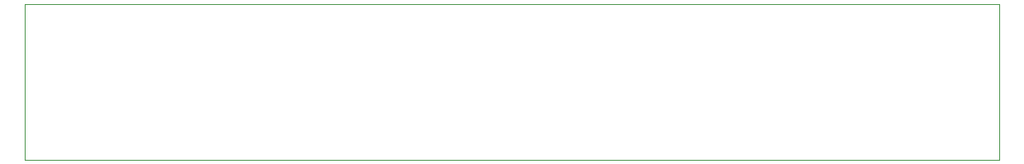
<source format=gm1>
G04 #@! TF.GenerationSoftware,KiCad,Pcbnew,(5.1.5)-2*
G04 #@! TF.CreationDate,2020-02-22T01:41:57+01:00*
G04 #@! TF.ProjectId,DC,44432e6b-6963-4616-945f-706362585858,V1.0*
G04 #@! TF.SameCoordinates,PXe4e1c0PY1d905c0*
G04 #@! TF.FileFunction,Profile,NP*
%FSLAX46Y46*%
G04 Gerber Fmt 4.6, Leading zero omitted, Abs format (unit mm)*
G04 Created by KiCad (PCBNEW (5.1.5)-2) date 2020-02-22 01:41:57*
%MOMM*%
%LPD*%
G04 APERTURE LIST*
%ADD10C,0.050000*%
G04 APERTURE END LIST*
D10*
X0Y0D02*
X0Y16000000D01*
X100000000Y0D02*
X0Y0D01*
X100000000Y16000000D02*
X100000000Y0D01*
X0Y16000000D02*
X100000000Y16000000D01*
M02*

</source>
